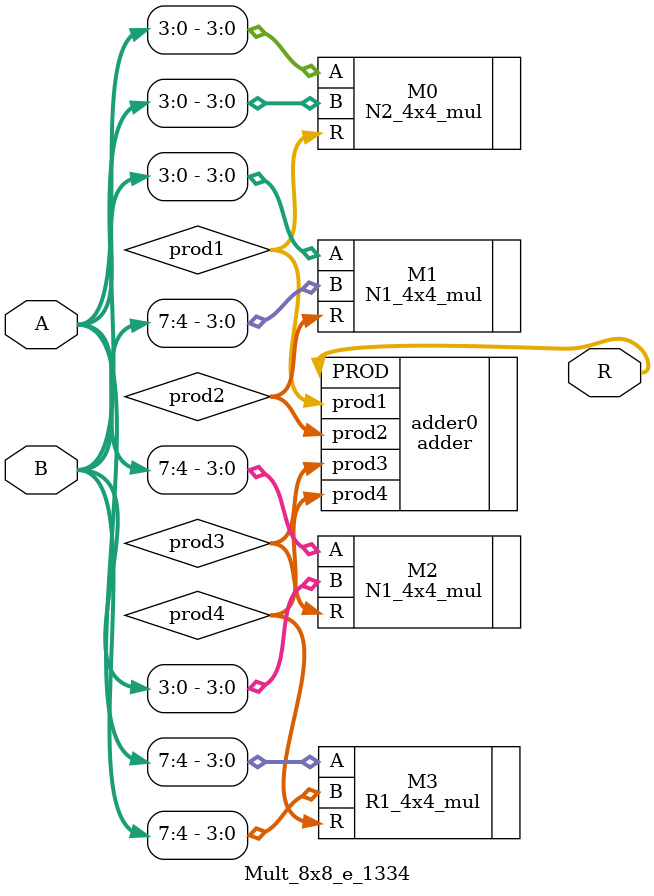
<source format=v>
module Mult_8x8_e_1334(
input [7:0] A,
input [7:0] B,
output [15:0]R
);
wire [7:0]prod1;
wire [7:0]prod2;
wire [7:0]prod3;
wire [7:0]prod4;

N2_4x4_mul M0(.A(A[3:0]),.B(B[3:0]),.R(prod1));
N1_4x4_mul M1(.A(A[3:0]),.B(B[7:4]),.R(prod2));
N1_4x4_mul M2(.A(A[7:4]),.B(B[3:0]),.R(prod3));
R1_4x4_mul M3(.A(A[7:4]),.B(B[7:4]),.R(prod4));
adder adder0(.prod1(prod1),.prod2(prod2),.prod3(prod3),.prod4(prod4),.PROD(R));
endmodule

</source>
